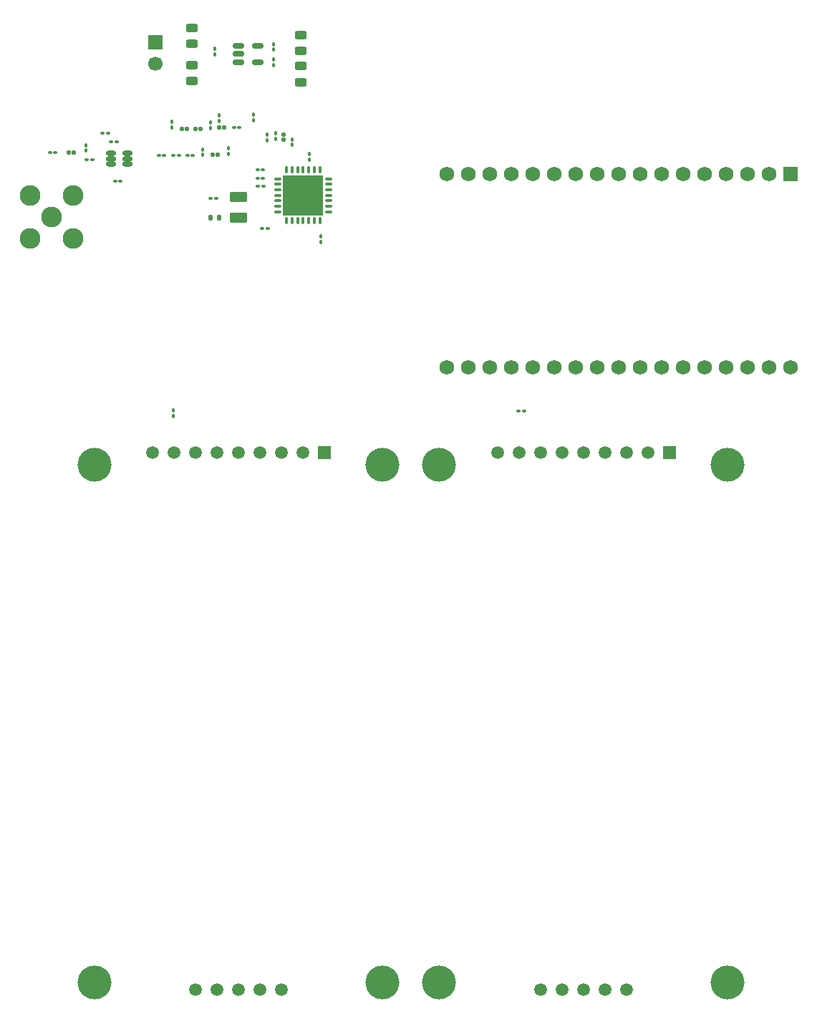
<source format=gts>
G04 #@! TF.GenerationSoftware,KiCad,Pcbnew,9.99.0-4546-gb76221958b*
G04 #@! TF.CreationDate,2026-01-23T23:05:35+05:00*
G04 #@! TF.ProjectId,Reciver board,52656369-7665-4722-9062-6f6172642e6b,rev?*
G04 #@! TF.SameCoordinates,Original*
G04 #@! TF.FileFunction,Soldermask,Top*
G04 #@! TF.FilePolarity,Negative*
%FSLAX46Y46*%
G04 Gerber Fmt 4.6, Leading zero omitted, Abs format (unit mm)*
G04 Created by KiCad (PCBNEW 9.99.0-4546-gb76221958b) date 2026-01-23 23:05:35*
%MOMM*%
%LPD*%
G01*
G04 APERTURE LIST*
G04 Aperture macros list*
%AMRoundRect*
0 Rectangle with rounded corners*
0 $1 Rounding radius*
0 $2 $3 $4 $5 $6 $7 $8 $9 X,Y pos of 4 corners*
0 Add a 4 corners polygon primitive as box body*
4,1,4,$2,$3,$4,$5,$6,$7,$8,$9,$2,$3,0*
0 Add four circle primitives for the rounded corners*
1,1,$1+$1,$2,$3*
1,1,$1+$1,$4,$5*
1,1,$1+$1,$6,$7*
1,1,$1+$1,$8,$9*
0 Add four rect primitives between the rounded corners*
20,1,$1+$1,$2,$3,$4,$5,0*
20,1,$1+$1,$4,$5,$6,$7,0*
20,1,$1+$1,$6,$7,$8,$9,0*
20,1,$1+$1,$8,$9,$2,$3,0*%
G04 Aperture macros list end*
%ADD10RoundRect,0.102000X0.900000X-0.500000X0.900000X0.500000X-0.900000X0.500000X-0.900000X-0.500000X0*%
%ADD11RoundRect,0.100000X-0.100000X0.130000X-0.100000X-0.130000X0.100000X-0.130000X0.100000X0.130000X0*%
%ADD12RoundRect,0.100000X0.100000X-0.130000X0.100000X0.130000X-0.100000X0.130000X-0.100000X-0.130000X0*%
%ADD13R,1.700000X1.700000*%
%ADD14C,1.700000*%
%ADD15RoundRect,0.100000X0.130000X0.100000X-0.130000X0.100000X-0.130000X-0.100000X0.130000X-0.100000X0*%
%ADD16C,2.454000*%
%ADD17C,4.000000*%
%ADD18R,1.500000X1.500000*%
%ADD19C,1.500000*%
%ADD20RoundRect,0.243750X-0.456250X0.243750X-0.456250X-0.243750X0.456250X-0.243750X0.456250X0.243750X0*%
%ADD21RoundRect,0.102000X-0.762000X0.762000X-0.762000X-0.762000X0.762000X-0.762000X0.762000X0.762000X0*%
%ADD22C,1.728000*%
%ADD23RoundRect,0.140000X-0.140000X-0.170000X0.140000X-0.170000X0.140000X0.170000X-0.140000X0.170000X0*%
%ADD24RoundRect,0.102000X0.150000X0.150000X-0.150000X0.150000X-0.150000X-0.150000X0.150000X-0.150000X0*%
%ADD25RoundRect,0.100000X-0.130000X-0.100000X0.130000X-0.100000X0.130000X0.100000X-0.130000X0.100000X0*%
%ADD26RoundRect,0.102000X-0.150000X0.150000X-0.150000X-0.150000X0.150000X-0.150000X0.150000X0.150000X0*%
%ADD27RoundRect,0.075000X-0.312500X-0.075000X0.312500X-0.075000X0.312500X0.075000X-0.312500X0.075000X0*%
%ADD28RoundRect,0.075000X-0.075000X-0.312500X0.075000X-0.312500X0.075000X0.312500X-0.075000X0.312500X0*%
%ADD29R,4.800000X4.800000*%
%ADD30O,1.254000X0.604000*%
%ADD31RoundRect,0.102000X-0.150000X-0.150000X0.150000X-0.150000X0.150000X0.150000X-0.150000X0.150000X0*%
%ADD32RoundRect,0.243750X0.456250X-0.243750X0.456250X0.243750X-0.456250X0.243750X-0.456250X-0.243750X0*%
%ADD33RoundRect,0.150000X-0.512500X-0.150000X0.512500X-0.150000X0.512500X0.150000X-0.512500X0.150000X0*%
G04 APERTURE END LIST*
D10*
X39050000Y-50290000D03*
X39050000Y-47790000D03*
D11*
X43180000Y-31557000D03*
X43180000Y-32197000D03*
D12*
X34798000Y-42829000D03*
X34798000Y-42189000D03*
D13*
X29190000Y-29500000D03*
D14*
X29190000Y-32040000D03*
D12*
X43434000Y-40924000D03*
X43434000Y-40284000D03*
D15*
X41910000Y-45593000D03*
X41270000Y-45593000D03*
D11*
X36195000Y-30287000D03*
X36195000Y-30927000D03*
D16*
X16891000Y-50165000D03*
X19431000Y-47625000D03*
X19431000Y-52705000D03*
X14351000Y-47625000D03*
X14351000Y-52705000D03*
D17*
X56068000Y-79519000D03*
X21968000Y-79519000D03*
X56068000Y-140719000D03*
X21968000Y-140719000D03*
D18*
X49178000Y-78019000D03*
D19*
X46638000Y-78019000D03*
X44098000Y-78019000D03*
X41558000Y-78019000D03*
X39018000Y-78019000D03*
X36478000Y-78019000D03*
X33938000Y-78019000D03*
X31398000Y-78019000D03*
X28858000Y-78019000D03*
X44098000Y-141539000D03*
X41558000Y-141539000D03*
X39018000Y-141539000D03*
X36478000Y-141539000D03*
X33938000Y-141539000D03*
D11*
X47364000Y-42758000D03*
X47364000Y-43398000D03*
D15*
X42448000Y-51562000D03*
X41808000Y-51562000D03*
X21747000Y-43434000D03*
X21107000Y-43434000D03*
D20*
X46355000Y-28702000D03*
X46355000Y-30577000D03*
D21*
X104267000Y-45085000D03*
D22*
X101727000Y-45085000D03*
X99187000Y-45085000D03*
X96647000Y-45085000D03*
X94107000Y-45085000D03*
X91567000Y-45085000D03*
X89027000Y-45085000D03*
X86487000Y-45085000D03*
X83947000Y-45085000D03*
X81407000Y-45085000D03*
X78867000Y-45085000D03*
X76327000Y-45085000D03*
X73787000Y-45085000D03*
X71247000Y-45085000D03*
X68707000Y-45085000D03*
X66167000Y-45085000D03*
X63627000Y-45085000D03*
X104267000Y-67945000D03*
X101727000Y-67945000D03*
X99187000Y-67945000D03*
X96647000Y-67945000D03*
X94107000Y-67945000D03*
X91567000Y-67945000D03*
X89027000Y-67945000D03*
X86487000Y-67945000D03*
X83947000Y-67945000D03*
X81407000Y-67945000D03*
X78867000Y-67945000D03*
X76327000Y-67945000D03*
X73787000Y-67945000D03*
X71247000Y-67945000D03*
X68707000Y-67945000D03*
X66167000Y-67945000D03*
X63627000Y-67945000D03*
D23*
X35736000Y-50292000D03*
X36696000Y-50292000D03*
D24*
X32893000Y-39751000D03*
X32293000Y-39751000D03*
D25*
X31339000Y-42926000D03*
X31979000Y-42926000D03*
X16734000Y-42545000D03*
X17374000Y-42545000D03*
D26*
X44323000Y-40421000D03*
X44323000Y-41021000D03*
D25*
X23973000Y-41275000D03*
X24613000Y-41275000D03*
D27*
X43690500Y-45660000D03*
X43690500Y-46310000D03*
X43690500Y-46960000D03*
X43690500Y-47610000D03*
X43690500Y-48260000D03*
X43690500Y-48910000D03*
X43690500Y-49560000D03*
D28*
X44728000Y-50597500D03*
X45378000Y-50597500D03*
X46028000Y-50597500D03*
X46678000Y-50597500D03*
X47328000Y-50597500D03*
X47978000Y-50597500D03*
X48628000Y-50597500D03*
D27*
X49665500Y-49560000D03*
X49665500Y-48910000D03*
X49665500Y-48260000D03*
X49665500Y-47610000D03*
X49665500Y-46960000D03*
X49665500Y-46310000D03*
X49665500Y-45660000D03*
D28*
X48628000Y-44622500D03*
X47978000Y-44622500D03*
X47328000Y-44622500D03*
X46678000Y-44622500D03*
X46028000Y-44622500D03*
X45378000Y-44622500D03*
X44728000Y-44622500D03*
D29*
X46678000Y-47610000D03*
D25*
X41329000Y-46543000D03*
X41969000Y-46543000D03*
D11*
X43180000Y-29743000D03*
X43180000Y-30383000D03*
D20*
X33480000Y-27860000D03*
X33480000Y-29735000D03*
D25*
X32990000Y-42926000D03*
X33630000Y-42926000D03*
D17*
X96838000Y-79502000D03*
X62738000Y-79502000D03*
X96838000Y-140702000D03*
X62738000Y-140702000D03*
D18*
X89948000Y-78002000D03*
D19*
X87408000Y-78002000D03*
X84868000Y-78002000D03*
X82328000Y-78002000D03*
X79788000Y-78002000D03*
X77248000Y-78002000D03*
X74708000Y-78002000D03*
X72168000Y-78002000D03*
X69628000Y-78002000D03*
X84868000Y-141522000D03*
X82328000Y-141522000D03*
X79788000Y-141522000D03*
X77248000Y-141522000D03*
X74708000Y-141522000D03*
D24*
X36541000Y-42799000D03*
X35941000Y-42799000D03*
D30*
X25908000Y-43942000D03*
X25908000Y-43292000D03*
X25908000Y-42642000D03*
X23908000Y-42642000D03*
X23908000Y-43292000D03*
X23908000Y-43942000D03*
D12*
X45339000Y-41656000D03*
X45339000Y-41016000D03*
X37846000Y-42738000D03*
X37846000Y-42098000D03*
D25*
X29591000Y-42926000D03*
X30231000Y-42926000D03*
X22957000Y-40259000D03*
X23597000Y-40259000D03*
X24445000Y-45974000D03*
X25085000Y-45974000D03*
D15*
X41915000Y-44577000D03*
X41275000Y-44577000D03*
D12*
X42418000Y-41123000D03*
X42418000Y-40483000D03*
D15*
X72801000Y-73152000D03*
X72161000Y-73152000D03*
D31*
X18958000Y-42545000D03*
X19558000Y-42545000D03*
D11*
X31275000Y-73045000D03*
X31275000Y-73685000D03*
D32*
X33550000Y-34117500D03*
X33550000Y-32242500D03*
D12*
X20955000Y-42321000D03*
X20955000Y-41681000D03*
X35687000Y-39654000D03*
X35687000Y-39014000D03*
D33*
X38989000Y-29972000D03*
X38989000Y-30922000D03*
X38989000Y-31872000D03*
X41264000Y-31872000D03*
X41264000Y-29972000D03*
D25*
X35720000Y-48006000D03*
X36360000Y-48006000D03*
D12*
X31115000Y-39563000D03*
X31115000Y-38923000D03*
X36703000Y-38801000D03*
X36703000Y-38161000D03*
X40767000Y-38735000D03*
X40767000Y-38095000D03*
D24*
X37303000Y-39624000D03*
X36703000Y-39624000D03*
D12*
X48768000Y-53152000D03*
X48768000Y-52512000D03*
D24*
X34509000Y-39751000D03*
X33909000Y-39751000D03*
D25*
X38476000Y-39624000D03*
X39116000Y-39624000D03*
D32*
X46355000Y-34230000D03*
X46355000Y-32355000D03*
M02*

</source>
